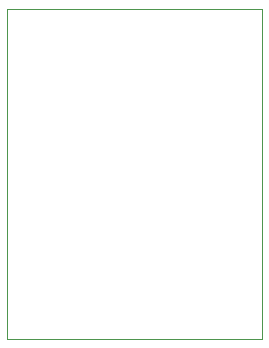
<source format=gm1>
%TF.GenerationSoftware,KiCad,Pcbnew,(6.0.6)*%
%TF.CreationDate,2022-06-23T13:21:08-07:00*%
%TF.ProjectId,A1301EUA-T_HallEffectBoard,41313330-3145-4554-912d-545f48616c6c,rev?*%
%TF.SameCoordinates,Original*%
%TF.FileFunction,Profile,NP*%
%FSLAX46Y46*%
G04 Gerber Fmt 4.6, Leading zero omitted, Abs format (unit mm)*
G04 Created by KiCad (PCBNEW (6.0.6)) date 2022-06-23 13:21:08*
%MOMM*%
%LPD*%
G01*
G04 APERTURE LIST*
%TA.AperFunction,Profile*%
%ADD10C,0.100000*%
%TD*%
G04 APERTURE END LIST*
D10*
X21590000Y-27940000D02*
X0Y-27940000D01*
X0Y0D01*
X21590000Y0D01*
X21590000Y-27940000D01*
M02*

</source>
